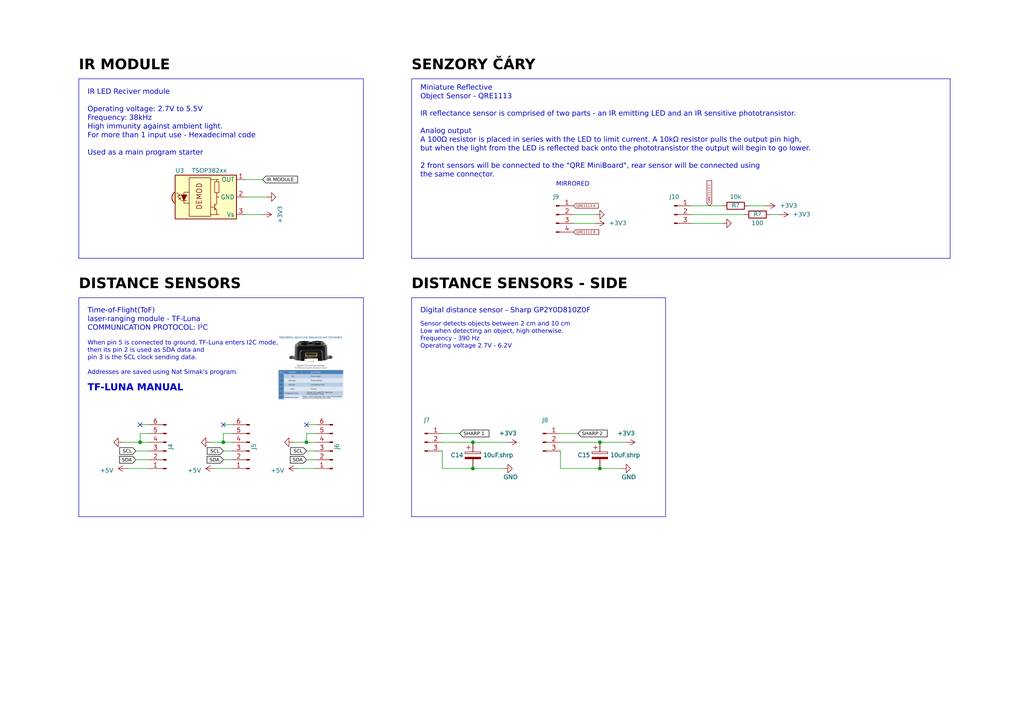
<source format=kicad_sch>
(kicad_sch (version 20231120) (generator "eeschema") (generator_version "8.0")
  (paper "A4")
  (title_block (title "SUMEC_MK_III") (company "SPŠ NA PROSEKU") (comment 1 "Made in Prague, Czech Republic") (comment 2 "CONTACT: Savva Popov, savva.popov.sp@gmail.com, +420 605 570 366") (comment 3 "Made by bismarx-v1") (comment 4 "SUMEC MK III aka SMD-V2 board"))
  (lib_symbols
    (symbol "+3V3_1" (power) (pin_names (offset 0))
      (property "Value" "+3V3_1" (at 0 3.556 0))
      (symbol "+3V3_1_0_1"
        (polyline (pts (xy -0.762 1.27) (xy 0 2.54)))
        (polyline (pts (xy 0 0) (xy 0 2.54)))
        (polyline (pts (xy 0 2.54) (xy 0.762 1.27)))
      )
      (symbol "+3V3_1_1_1"
        (pin power_in line (at 0 0 90) (length 0) hide (name "+3V3") (number "1"))
      )
    )
    (symbol "Connector:Conn_01x03_Pin" (pin_names (offset 1.016) hide)
      (property "Reference" "J" (at 0 5.08 0))
      (property "Value" "Conn_01x03_Pin" (at 0 -5.08 0))
      (symbol "Conn_01x03_Pin_1_1"
        (polyline (pts (xy 1.27 -2.54) (xy 0.8636 -2.54)) (stroke (width 0.1524)))
        (polyline (pts (xy 1.27 0) (xy 0.8636 0)) (stroke (width 0.1524)))
        (polyline (pts (xy 1.27 2.54) (xy 0.8636 2.54)) (stroke (width 0.1524)))
        (rectangle (start 0.8636 -2.413) (end 0 -2.667) (stroke (width 0.1524)) (fill (type outline)))
        (rectangle (start 0.8636 0.127) (end 0 -0.127) (stroke (width 0.1524)) (fill (type outline)))
        (rectangle (start 0.8636 2.667) (end 0 2.413) (stroke (width 0.1524)) (fill (type outline)))
        (pin passive line (at 5.08 2.54 180) (length 3.81) (name "Pin_1") (number "1"))
        (pin passive line (at 5.08 0 180) (length 3.81) (name "Pin_2") (number "2"))
        (pin passive line (at 5.08 -2.54 180) (length 3.81) (name "Pin_3") (number "3"))
      )
    )
    (symbol "Connector:Conn_01x04_Pin" (pin_names (offset 1.016) hide)
      (property "Reference" "J" (at 0 5.08 0))
      (property "Value" "Conn_01x04_Pin" (at 0 -7.62 0))
      (symbol "Conn_01x04_Pin_1_1"
        (polyline (pts (xy 1.27 -5.08) (xy 0.8636 -5.08)) (stroke (width 0.1524)))
        (polyline (pts (xy 1.27 -2.54) (xy 0.8636 -2.54)) (stroke (width 0.1524)))
        (polyline (pts (xy 1.27 0) (xy 0.8636 0)) (stroke (width 0.1524)))
        (polyline (pts (xy 1.27 2.54) (xy 0.8636 2.54)) (stroke (width 0.1524)))
        (rectangle (start 0.8636 -4.953) (end 0 -5.207) (stroke (width 0.1524)) (fill (type outline)))
        (rectangle (start 0.8636 -2.413) (end 0 -2.667) (stroke (width 0.1524)) (fill (type outline)))
        (rectangle (start 0.8636 0.127) (end 0 -0.127) (stroke (width 0.1524)) (fill (type outline)))
        (rectangle (start 0.8636 2.667) (end 0 2.413) (stroke (width 0.1524)) (fill (type outline)))
        (pin passive line (at 5.08 2.54 180) (length 3.81) (name "Pin_1") (number "1"))
        (pin passive line (at 5.08 0 180) (length 3.81) (name "Pin_2") (number "2"))
        (pin passive line (at 5.08 -2.54 180) (length 3.81) (name "Pin_3") (number "3"))
        (pin passive line (at 5.08 -5.08 180) (length 3.81) (name "Pin_4") (number "4"))
      )
    )
    (symbol "Connector:Conn_01x06_Pin" (pin_names (offset 1.016) hide)
      (property "Reference" "J" (at 0 7.62 0))
      (property "Value" "Conn_01x06_Pin" (at 0 -10.16 0))
      (symbol "Conn_01x06_Pin_1_1"
        (polyline (pts (xy 1.27 -7.62) (xy 0.8636 -7.62)) (stroke (width 0.1524)))
        (polyline (pts (xy 1.27 -5.08) (xy 0.8636 -5.08)) (stroke (width 0.1524)))
        (polyline (pts (xy 1.27 -2.54) (xy 0.8636 -2.54)) (stroke (width 0.1524)))
        (polyline (pts (xy 1.27 0) (xy 0.8636 0)) (stroke (width 0.1524)))
        (polyline (pts (xy 1.27 2.54) (xy 0.8636 2.54)) (stroke (width 0.1524)))
        (polyline (pts (xy 1.27 5.08) (xy 0.8636 5.08)) (stroke (width 0.1524)))
        (rectangle (start 0.8636 -7.493) (end 0 -7.747) (stroke (width 0.1524)) (fill (type outline)))
        (rectangle (start 0.8636 -4.953) (end 0 -5.207) (stroke (width 0.1524)) (fill (type outline)))
        (rectangle (start 0.8636 -2.413) (end 0 -2.667) (stroke (width 0.1524)) (fill (type outline)))
        (rectangle (start 0.8636 0.127) (end 0 -0.127) (stroke (width 0.1524)) (fill (type outline)))
        (rectangle (start 0.8636 2.667) (end 0 2.413) (stroke (width 0.1524)) (fill (type outline)))
        (rectangle (start 0.8636 5.207) (end 0 4.953) (stroke (width 0.1524)) (fill (type outline)))
        (pin passive line (at 5.08 5.08 180) (length 3.81) (name "Pin_1") (number "1"))
        (pin passive line (at 5.08 2.54 180) (length 3.81) (name "Pin_2") (number "2"))
        (pin passive line (at 5.08 0 180) (length 3.81) (name "Pin_3") (number "3"))
        (pin passive line (at 5.08 -2.54 180) (length 3.81) (name "Pin_4") (number "4"))
        (pin passive line (at 5.08 -5.08 180) (length 3.81) (name "Pin_5") (number "5"))
        (pin passive line (at 5.08 -7.62 180) (length 3.81) (name "Pin_6") (number "6"))
      )
    )
    (symbol "Device:C_Polarized" (pin_numbers hide) (pin_names (offset 0.254))
      (property "Reference" "C" (at 0.635 2.54 0))
      (property "Value" "C_Polarized" (at 0.635 -2.54 0))
      (symbol "C_Polarized_0_1"
        (rectangle (start -2.286 0.508) (end 2.286 1.016))
        (polyline (pts (xy -1.778 2.286) (xy -0.762 2.286)))
        (polyline (pts (xy -1.27 2.794) (xy -1.27 1.778)))
        (rectangle (start 2.286 -0.508) (end -2.286 -1.016) (fill (type outline)))
      )
      (symbol "C_Polarized_1_1"
        (pin passive line (at 0 3.81 270) (length 2.794) (name "~") (number "1"))
        (pin passive line (at 0 -3.81 90) (length 2.794) (name "~") (number "2"))
      )
    )
    (symbol "Device:R" (pin_numbers hide) (pin_names (offset 0))
      (property "Reference" "R" (at 2.032 0 90))
      (property "Value" "R" (at 0 0 90))
      (symbol "R_0_1"
        (rectangle (start -1.016 -2.54) (end 1.016 2.54) (stroke (width 0.254)))
      )
      (symbol "R_1_1"
        (pin passive line (at 0 3.81 270) (length 1.27) (name "~") (number "1"))
        (pin passive line (at 0 -3.81 90) (length 1.27) (name "~") (number "2"))
      )
    )
    (symbol "GND_1" (power) (pin_names (offset 0))
      (property "Value" "GND_1" (at 0 -3.81 0))
      (symbol "GND_1_0_1"
        (polyline (pts (xy 0 0) (xy 0 -1.27) (xy 1.27 -1.27) (xy 0 -2.54) (xy -1.27 -1.27) (xy 0 -1.27)))
      )
      (symbol "GND_1_1_1"
        (pin power_in line (at 0 0 270) (length 0) hide (name "GND") (number "1"))
      )
    )
    (symbol "GND_2" (power) (pin_names (offset 0))
      (property "Value" "GND_2" (at 0 -3.81 0))
      (symbol "GND_2_0_1"
        (polyline (pts (xy 0 0) (xy 0 -1.27) (xy 1.27 -1.27) (xy 0 -2.54) (xy -1.27 -1.27) (xy 0 -1.27)))
      )
      (symbol "GND_2_1_1"
        (pin power_in line (at 0 0 270) (length 0) hide (name "GND") (number "1"))
      )
    )
    (symbol "Interface_Optical:TSOP382xx"
      (property "Reference" "U5" (at -7.62 7.62 0))
      (property "Value" "TSOP382xx" (at 5.08 7.62 0))
      (symbol "TSOP382xx_0_0"
        (arc (start -10.287 1.397) (mid -11.0899 -0.1852) (end -10.287 -1.778) (stroke (width 0.254)) (fill (type background)))
        (polyline (pts (xy 1.905 -5.08) (xy 0.127 -5.08)))
        (polyline (pts (xy 1.905 5.08) (xy 0.127 5.08)))
        (text "DEMOD" (at -3.175 0.254 900) (effects (font (size 1.524 1.524))))
      )
      (symbol "TSOP382xx_0_1"
        (rectangle (start -6.096 5.588) (end 0.127 -5.588))
        (polyline (pts (xy -8.763 0.381) (xy -9.652 1.27)))
        (polyline (pts (xy -8.763 0.381) (xy -9.271 0.381)))
        (polyline (pts (xy -8.763 0.381) (xy -8.763 0.889)))
        (polyline (pts (xy -8.636 -0.635) (xy -9.525 0.254)))
        (polyline (pts (xy -8.636 -0.635) (xy -9.144 -0.635)))
        (polyline (pts (xy -8.636 -0.635) (xy -8.636 -0.127)))
        (polyline (pts (xy -8.382 -1.016) (xy -6.731 -1.016)))
        (polyline (pts (xy 1.27 -2.921) (xy 0.127 -2.921)))
        (polyline (pts (xy 1.27 -1.905) (xy 1.27 -3.81)))
        (polyline (pts (xy 1.397 -3.556) (xy 1.524 -3.556)))
        (polyline (pts (xy 1.651 -3.556) (xy 1.524 -3.556)))
        (polyline (pts (xy 1.651 -3.556) (xy 1.651 -3.302)))
        (polyline (pts (xy 1.905 0) (xy 1.905 1.27)))
        (polyline (pts (xy 1.905 4.445) (xy 1.905 5.08) (xy 2.54 5.08)))
        (polyline (pts (xy -8.382 0.635) (xy -6.731 0.635) (xy -7.62 -1.016) (xy -8.382 0.635)) (fill (type outline)))
        (polyline (pts (xy -6.096 1.397) (xy -7.62 1.397) (xy -7.62 -1.778) (xy -6.096 -1.778)))
        (polyline (pts (xy 1.27 -3.175) (xy 1.905 -3.81) (xy 1.905 -5.08) (xy 2.54 -5.08)))
        (polyline (pts (xy 1.27 -2.54) (xy 1.905 -1.905) (xy 1.905 0) (xy 2.54 0)))
        (rectangle (start 2.54 1.27) (end 1.27 4.445))
        (rectangle (start 7.62 6.35) (end -10.16 -6.35) (stroke (width 0.254)) (fill (type background)))
      )
      (symbol "TSOP382xx_1_1"
        (pin output line (at 10.16 5.08 180) (length 2.54) (name "OUT") (number "1"))
        (pin power_in line (at 10.16 0 180) (length 2.54) (name "GND") (number "2"))
        (pin power_in line (at 10.16 -5.08 180) (length 2.54) (name "Vs") (number "3"))
      )
    )
    (symbol "power:+3V3" (power) (pin_names (offset 0))
      (property "Value" "+3V3" (at 0 3.556 0))
      (symbol "+3V3_0_1"
        (polyline (pts (xy -0.762 1.27) (xy 0 2.54)))
        (polyline (pts (xy 0 0) (xy 0 2.54)))
        (polyline (pts (xy 0 2.54) (xy 0.762 1.27)))
      )
      (symbol "+3V3_1_1"
        (pin power_in line (at 0 0 90) (length 0) hide (name "+3V3") (number "1"))
      )
    )
    (symbol "power:+5V" (power) (pin_names (offset 0))
      (property "Value" "+5V" (at 0 3.556 0))
      (symbol "+5V_0_1"
        (polyline (pts (xy -0.762 1.27) (xy 0 2.54)))
        (polyline (pts (xy 0 0) (xy 0 2.54)))
        (polyline (pts (xy 0 2.54) (xy 0.762 1.27)))
      )
      (symbol "+5V_1_1"
        (pin power_in line (at 0 0 90) (length 0) hide (name "+5V") (number "1"))
      )
    )
    (symbol "power:GND" (power) (pin_names (offset 0))
      (property "Value" "GND" (at 0 -3.81 0))
      (symbol "GND_0_1"
        (polyline (pts (xy 0 0) (xy 0 -1.27) (xy 1.27 -1.27) (xy 0 -2.54) (xy -1.27 -1.27) (xy 0 -1.27)))
      )
      (symbol "GND_1_1"
        (pin power_in line (at 0 0 270) (length 0) hide (name "GND") (number "1"))
      )
    )
  )
  (junction (at 137.16 128.27))
  (junction (at 173.99 135.89))
  (junction (at 137.16 135.89))
  (junction (at 88.9 128.27))
  (junction (at 64.77 128.27))
  (junction (at 173.99 128.27))
  (junction (at 40.64 128.27))
  (no_connect (at 88.9 123.19))
  (no_connect (at 40.64 123.19))
  (no_connect (at 64.77 123.19))
  (wire (pts (xy 76.2 52.07) (xy 71.12 52.07)))
  (wire (pts (xy 43.18 125.73) (xy 40.64 125.73)))
  (wire (pts (xy 40.64 128.27) (xy 43.18 128.27)))
  (wire (pts (xy 64.77 125.73) (xy 64.77 128.27)))
  (polyline (pts (xy 105.41 74.93) (xy 22.86 74.93)))
  (polyline (pts (xy 22.86 86.36) (xy 105.41 86.36)))
  (wire (pts (xy 88.9 128.27) (xy 91.44 128.27)))
  (wire (pts (xy 162.56 135.89) (xy 173.99 135.89)))
  (wire (pts (xy 64.77 133.35) (xy 67.31 133.35)))
  (polyline (pts (xy 275.59 22.86) (xy 275.59 74.93)))
  (polyline (pts (xy 105.41 86.36) (xy 105.41 149.86)))
  (wire (pts (xy 39.37 133.35) (xy 43.18 133.35)))
  (wire (pts (xy 64.77 128.27) (xy 67.31 128.27)))
  (wire (pts (xy 39.37 130.81) (xy 43.18 130.81)))
  (wire (pts (xy 40.64 125.73) (xy 40.64 128.27)))
  (wire (pts (xy 166.37 62.23) (xy 172.72 62.23)))
  (wire (pts (xy 223.52 62.23) (xy 226.06 62.23)))
  (wire (pts (xy 128.27 128.27) (xy 137.16 128.27)))
  (wire (pts (xy 67.31 125.73) (xy 64.77 125.73)))
  (wire (pts (xy 62.23 135.89) (xy 67.31 135.89)))
  (wire (pts (xy 137.16 135.89) (xy 146.05 135.89)))
  (wire (pts (xy 64.77 130.81) (xy 67.31 130.81)))
  (wire (pts (xy 76.2 62.23) (xy 71.12 62.23)))
  (wire (pts (xy 85.09 128.27) (xy 88.9 128.27)))
  (wire (pts (xy 128.27 135.89) (xy 137.16 135.89)))
  (polyline (pts (xy 119.38 149.86) (xy 119.38 86.36)))
  (polyline (pts (xy 105.41 74.93) (xy 105.41 22.86)))
  (polyline (pts (xy 22.86 22.86) (xy 105.41 22.86)))
  (wire (pts (xy 222.25 59.69) (xy 217.17 59.69)))
  (polyline (pts (xy 119.38 86.36) (xy 193.04 86.36)))
  (wire (pts (xy 40.64 123.19) (xy 43.18 123.19)))
  (wire (pts (xy 35.56 128.27) (xy 40.64 128.27)))
  (wire (pts (xy 172.72 64.77) (xy 166.37 64.77)))
  (polyline (pts (xy 119.38 22.86) (xy 275.59 22.86)))
  (wire (pts (xy 167.64 125.73) (xy 162.56 125.73)))
  (wire (pts (xy 36.83 135.89) (xy 43.18 135.89)))
  (polyline (pts (xy 119.38 149.86) (xy 193.04 149.86)))
  (wire (pts (xy 173.99 135.89) (xy 180.34 135.89)))
  (polyline (pts (xy 119.38 74.93) (xy 275.59 74.93)))
  (wire (pts (xy 162.56 128.27) (xy 173.99 128.27)))
  (wire (pts (xy 128.27 135.89) (xy 128.27 130.81)))
  (wire (pts (xy 173.99 128.27) (xy 181.61 128.27)))
  (polyline (pts (xy 22.86 149.86) (xy 22.86 86.36)))
  (wire (pts (xy 88.9 133.35) (xy 91.44 133.35)))
  (polyline (pts (xy 119.38 22.86) (xy 119.38 74.93)))
  (wire (pts (xy 200.66 62.23) (xy 215.9 62.23)))
  (wire (pts (xy 133.35 125.73) (xy 128.27 125.73)))
  (polyline (pts (xy 193.04 86.36) (xy 193.04 149.86)))
  (wire (pts (xy 86.36 135.89) (xy 91.44 135.89)))
  (wire (pts (xy 71.12 57.15) (xy 77.47 57.15)))
  (wire (pts (xy 91.44 125.73) (xy 88.9 125.73)))
  (wire (pts (xy 88.9 123.19) (xy 91.44 123.19)))
  (polyline (pts (xy 22.86 74.93) (xy 22.86 22.86)))
  (wire (pts (xy 137.16 128.27) (xy 147.32 128.27)))
  (wire (pts (xy 60.96 128.27) (xy 64.77 128.27)))
  (wire (pts (xy 88.9 130.81) (xy 91.44 130.81)))
  (wire (pts (xy 88.9 125.73) (xy 88.9 128.27)))
  (polyline (pts (xy 22.86 149.86) (xy 105.41 149.86)))
  (wire (pts (xy 64.77 123.19) (xy 67.31 123.19)))
  (wire (pts (xy 200.66 59.69) (xy 209.55 59.69)))
  (wire (pts (xy 162.56 135.89) (xy 162.56 130.81)))
  (wire (pts (xy 209.55 64.77) (xy 200.66 64.77)))
  (image (at 90.17 106.68) (scale 0.290957))
  (text "Time-of-Flight(ToF)\nlaser-ranging module - TF-Luna\nCOMMUNICATION PROTOCOL: I²C \n" (at 25.4 96.52 0) (effects (font (size 1.5 1.5) (italic yes)) (justify left bottom)))
  (text "IR LED Reciver module\n\nOperating voltage: 2.7V to 5.5V\nFrequency: 38kHz \nHigh immunity against ambient light. \nFor more than 1 input use - Hexadecimal code\n\nUsed as a main program starter\n" (at 25.4 45.72 0) (effects (font (size 1.5 1.5) (italic yes)) (justify left bottom)))
  (text "Digital distance sensor - Sharp GP2Y0D810Z0F\n\n" (at 121.92 93.98 0) (effects (font (size 1.5 1.5) (italic yes)) (justify left bottom)))
  (text "IR MODULE" (at 22.86 21.59 0) (effects (font (size 3 3) (bold yes)) (justify left bottom)))
  (text "SENZORY ČÁRY" (at 119.38 21.59 0) (effects (font (size 3 3) (bold yes)) (justify left bottom)))
  (text "When pin 5 is connected to ground, TF-Luna enters I2C mode, \nthen its pin 2 is used as SDA data and\npin 3 is the SCL clock sending data.\n\nAddresses are saved using Nat Simak's program." (at 25.4 109.22 0) (effects (font (size 1.27 1.27)) (justify left bottom)))
  (text "Sensor detects objects between 2 cm and 10 cm\nLow when detecting an object, high otherwise.\nFrequency - 390 Hz\nOperating voltage 2.7V - 6.2V" (at 121.92 101.6 0) (effects (font (size 1.27 1.27)) (justify left bottom)))
  (text "Miniature Reflective\nObject Sensor - QRE1113\n\nIR reflectance sensor is comprised of two parts - an IR emitting LED and an IR sensitive phototransistor.\n\nAnalog output\nA 100Ω resistor is placed in series with the LED to limit current. A 10kΩ resistor pulls the output pin high, \nbut when the light from the LED is reflected back onto the phototransistor the output will begin to go lower.\n\n2 front sensors will be connected to the \"QRE MiniBoard\", rear sensor will be connected using \nthe same connector." (at 121.92 52.07 0) (effects (font (size 1.5 1.5) (italic yes)) (justify left bottom)))
  (text "TF-LUNA MANUAL" (at 25.4 114.3 0) (effects (font (size 2 2) (thickness 0.254) (bold yes)) (justify left bottom)))
  (text "DISTANCE SENSORS" (at 22.86 85.09 0) (effects (font (size 3 3) (bold yes)) (justify left bottom)))
  (text "MIRRORED" (at 161.29 54.61 0) (effects (font (size 1.27 1.27)) (justify left bottom)))
  (text "DISTANCE SENSORS - SIDE" (at 119.38 85.09 0) (effects (font (size 3 3) (bold yes)) (justify left bottom)))
  (global_label "SCL" (shape input) (at 88.9 130.81 180) (effects (font (size 1 1))) (property "Intersheetrefs" "${INTERSHEET_REFS}" (effects (hide yes))))
  (global_label "QRE1113 C" (shape input) (at 205.74 59.69 90) (effects (font (size 0.7 0.7))) (property "Intersheetrefs" "${INTERSHEET_REFS}" (effects (hide yes))))
  (global_label "QRE1113 B" (shape input) (at 166.37 67.31 0) (effects (font (size 0.7 0.7))) (property "Intersheetrefs" "${INTERSHEET_REFS}" (effects (hide yes))))
  (global_label "SHARP 2" (shape input) (at 167.64 125.73 0) (effects (font (size 1 1))) (property "Intersheetrefs" "${INTERSHEET_REFS}" (effects (hide yes))))
  (global_label "IR MODULE" (shape input) (at 76.2 52.07 0) (effects (font (size 1 1))) (property "Intersheetrefs" "${INTERSHEET_REFS}" (effects (hide yes))))
  (global_label "SCL" (shape input) (at 64.77 130.81 180) (effects (font (size 1 1))) (property "Intersheetrefs" "${INTERSHEET_REFS}" (effects (hide yes))))
  (global_label "QRE1113 A" (shape input) (at 166.37 59.69 0) (effects (font (size 0.7 0.7))) (property "Intersheetrefs" "${INTERSHEET_REFS}" (effects (hide yes))))
  (global_label "SHARP 1" (shape input) (at 133.35 125.73 0) (effects (font (size 1 1))) (property "Intersheetrefs" "${INTERSHEET_REFS}" (effects (hide yes))))
  (global_label "SCL" (shape input) (at 39.37 130.81 180) (effects (font (size 1 1))) (property "Intersheetrefs" "${INTERSHEET_REFS}" (effects (hide yes))))
  (global_label "SDA" (shape input) (at 39.37 133.35 180) (effects (font (size 1 1))) (property "Intersheetrefs" "${INTERSHEET_REFS}" (effects (hide yes))))
  (global_label "SDA" (shape input) (at 64.77 133.35 180) (effects (font (size 1 1))) (property "Intersheetrefs" "${INTERSHEET_REFS}" (effects (hide yes))))
  (global_label "SDA" (shape input) (at 88.9 133.35 180) (effects (font (size 1 1))) (property "Intersheetrefs" "${INTERSHEET_REFS}" (effects (hide yes))))
  (symbol (lib_id "Device:R") (at 213.36 59.69 270) (unit 1)
    (property "Reference" "R?" (at 213.36 59.69 90))
    (property "Value" "10k" (at 213.36 57.15 90))
    (property "Footprint" "Resistor_SMD:R_0805_2012Metric_Pad1.20x1.40mm_HandSolder" (effects (hide yes)))
    (instances (project "QRE MiniBoards" (path "" (reference "R?") (unit 1))) (project "sumec" (path "" (reference "R9") (unit 1))))
  )
  (symbol (lib_id "power:+3V3") (at 222.25 59.69 270) (unit 1)
    (property "Reference" "#PWR?" (effects (hide yes)))
    (property "Value" "+3V3" (at 226.06 59.69 90) (effects (justify left)))
    (instances (project "QRE MiniBoards" (path "" (reference "#PWR?") (unit 1))) (project "sumec" (path "" (reference "#PWR040") (unit 1))))
  )
  (symbol (lib_id "Connector:Conn_01x03_Pin") (at 157.48 128.27 0) (unit 1)
    (property "Reference" "J8" (at 158.115 121.92 0))
    (property "Value" "Conn_01x03_Pin" (effects (hide yes)))
    (property "Footprint" "Connector_Molex:Molex_PicoBlade_53398-0371_1x03-1MP_P1.25mm_Vertical" (effects (hide yes)))
  )
  (symbol (lib_name "GND_1") (lib_id "power:GND") (at 172.72 62.23 90) (unit 1)
    (property "Reference" "#PWR?" (effects (hide yes)))
    (property "Value" "GND" (effects (hide yes)))
    (instances (project "QRE MiniBoards" (path "" (reference "#PWR?") (unit 1))) (project "sumec" (path "" (reference "#PWR035") (unit 1))))
  )
  (symbol (lib_id "Connector:Conn_01x03_Pin") (at 123.19 128.27 0) (unit 1)
    (property "Reference" "J7" (at 123.825 121.92 0))
    (property "Value" "Conn_01x03_Pin" (effects (hide yes)))
    (property "Footprint" "Connector_Molex:Molex_PicoBlade_53398-0371_1x03-1MP_P1.25mm_Vertical" (effects (hide yes)))
  )
  (symbol (lib_id "power:+3V3") (at 172.72 64.77 270) (unit 1)
    (property "Reference" "#PWR?" (effects (hide yes)))
    (property "Value" "+3V3" (at 176.53 64.77 90) (effects (justify left)))
    (instances (project "QRE MiniBoards" (path "" (reference "#PWR?") (unit 1))) (project "sumec" (path "" (reference "#PWR036") (unit 1))))
  )
  (symbol (lib_id "Device:C_Polarized") (at 137.16 132.08 0) (unit 1)
    (property "Reference" "C14" (at 130.81 132.08 0) (effects (justify left)))
    (property "Value" "10uF.shrp" (at 139.7 132.08 0) (effects (justify left)))
    (property "Footprint" "Capacitor_Tantalum_SMD:CP_EIA-3216-18_Kemet-A_Pad1.58x1.35mm_HandSolder" (effects (hide yes)))
  )
  (symbol (lib_id "power:+3V3") (at 226.06 62.23 270) (unit 1)
    (property "Reference" "#PWR?" (effects (hide yes)))
    (property "Value" "+3V3" (at 229.87 62.23 90) (effects (justify left)))
    (instances (project "QRE MiniBoards" (path "" (reference "#PWR?") (unit 1))) (project "sumec" (path "" (reference "#PWR041") (unit 1))))
  )
  (symbol (lib_id "Device:R") (at 219.71 62.23 270) (unit 1)
    (property "Reference" "R?" (at 219.71 62.23 90))
    (property "Value" "100" (at 219.71 64.77 90))
    (property "Footprint" "Resistor_SMD:R_0805_2012Metric_Pad1.20x1.40mm_HandSolder" (effects (hide yes)))
    (instances (project "QRE MiniBoards" (path "" (reference "R?") (unit 1))) (project "sumec" (path "" (reference "R10") (unit 1))))
  )
  (symbol (lib_name "GND_2") (lib_id "power:GND") (at 146.05 135.89 90) (unit 1)
    (property "Reference" "#PWR033" (effects (hide yes)))
    (property "Value" "GND" (at 146.05 138.43 90) (effects (justify right)))
  )
  (symbol (lib_name "GND_2") (lib_id "power:GND") (at 180.34 135.89 90) (unit 1)
    (property "Reference" "#PWR037" (effects (hide yes)))
    (property "Value" "GND" (at 180.34 138.43 90) (effects (justify right)))
  )
  (symbol (lib_id "power:+5V") (at 62.23 135.89 90) (unit 1)
    (property "Reference" "#PWR028" (effects (hide yes)))
    (property "Value" "+5V" (at 58.42 136.525 90) (effects (justify left)))
  )
  (symbol (lib_id "power:GND") (at 60.96 128.27 270) (unit 1)
    (property "Reference" "#PWR027" (effects (hide yes)))
    (property "Value" "GND" (effects (hide yes)))
  )
  (symbol (lib_id "power:+5V") (at 36.83 135.89 90) (unit 1)
    (property "Reference" "#PWR026" (effects (hide yes)))
    (property "Value" "+5V" (at 33.02 136.525 90) (effects (justify left)))
  )
  (symbol (lib_name "GND_1") (lib_id "power:GND") (at 209.55 64.77 90) (unit 1)
    (property "Reference" "#PWR?" (effects (hide yes)))
    (property "Value" "GND" (effects (hide yes)))
    (instances (project "QRE MiniBoards" (path "" (reference "#PWR?") (unit 1))) (project "sumec" (path "" (reference "#PWR039") (unit 1))))
  )
  (symbol (lib_id "power:GND") (at 35.56 128.27 270) (unit 1)
    (property "Reference" "#PWR025" (effects (hide yes)))
    (property "Value" "GND" (effects (hide yes)))
  )
  (symbol (lib_name "+3V3_1") (lib_id "power:+3V3") (at 76.2 62.23 270) (unit 1)
    (property "Reference" "#PWR030" (effects (hide yes)))
    (property "Value" "+3V3" (at 81.28 62.23 0))
  )
  (symbol (lib_id "power:+5V") (at 86.36 135.89 90) (unit 1)
    (property "Reference" "#PWR032" (effects (hide yes)))
    (property "Value" "+5V" (at 82.55 136.525 90) (effects (justify left)))
  )
  (symbol (lib_id "power:GND") (at 85.09 128.27 270) (unit 1)
    (property "Reference" "#PWR031" (effects (hide yes)))
    (property "Value" "GND" (effects (hide yes)))
  )
  (symbol (lib_id "Connector:Conn_01x04_Pin") (at 161.29 62.23 0) (unit 1)
    (property "Reference" "J9" (at 161.29 57.15 0))
    (property "Value" "Conn_01x04_Pin" (effects (hide yes)))
    (property "Footprint" "Connector_Molex:Molex_PicoBlade_53398-0471_1x04-1MP_P1.25mm_Vertical" (effects (hide yes)))
  )
  (symbol (lib_id "Connector:Conn_01x06_Pin") (at 96.52 130.81 180) (unit 1)
    (property "Reference" "J6" (at 97.79 129.54 90))
    (property "Value" "Conn_01x06_Pin" (effects (hide yes)))
    (property "Footprint" "Connector_Molex:Molex_PicoBlade_53398-0671_1x06-1MP_P1.25mm_Vertical" (effects (hide yes)))
  )
  (symbol (lib_id "Connector:Conn_01x06_Pin") (at 72.39 130.81 180) (unit 1)
    (property "Reference" "J5" (at 73.66 129.54 90))
    (property "Value" "Conn_01x06_Pin" (effects (hide yes)))
    (property "Footprint" "Connector_Molex:Molex_PicoBlade_53398-0671_1x06-1MP_P1.25mm_Vertical" (effects (hide yes)))
  )
  (symbol (lib_id "Connector:Conn_01x03_Pin") (at 195.58 62.23 0) (unit 1)
    (property "Reference" "J10" (at 195.58 57.15 0))
    (property "Value" "Conn_01x03_Pin" (effects (hide yes)))
    (property "Footprint" "Connector_Molex:Molex_PicoBlade_53398-0371_1x03-1MP_P1.25mm_Vertical" (effects (hide yes)))
  )
  (symbol (lib_id "Interface_Optical:TSOP382xx") (at 60.96 57.15 0) (unit 1)
    (property "Reference" "U3" (at 53.34 49.53 0) (effects (justify right)))
    (property "Value" "TSOP382xx" (at 66.04 49.53 0) (effects (justify right)))
    (property "Footprint" "sumec-smdV2_library:TSOP" (effects (hide yes)))
    (property "Datasheet" "http://www.vishay.com/docs/82491/tsop382.pdf" (effects (hide yes)))
  )
  (symbol (lib_name "+3V3_1") (lib_id "power:+3V3") (at 147.32 128.27 270) (unit 1)
    (property "Reference" "#PWR034" (effects (hide yes)))
    (property "Value" "+3V3" (at 147.32 125.73 90))
  )
  (symbol (lib_id "power:GND") (at 77.47 57.15 90) (unit 1)
    (property "Reference" "#PWR029" (effects (hide yes)))
    (property "Value" "GND" (effects (hide yes)))
  )
  (symbol (lib_name "+3V3_1") (lib_id "power:+3V3") (at 181.61 128.27 270) (unit 1)
    (property "Reference" "#PWR038" (effects (hide yes)))
    (property "Value" "+3V3" (at 181.61 125.73 90))
  )
  (symbol (lib_id "Connector:Conn_01x06_Pin") (at 48.26 130.81 180) (unit 1)
    (property "Reference" "J4" (at 49.53 129.54 90))
    (property "Value" "Conn_01x06_Pin" (effects (hide yes)))
    (property "Footprint" "Connector_Molex:Molex_PicoBlade_53398-0671_1x06-1MP_P1.25mm_Vertical" (effects (hide yes)))
  )
  (symbol (lib_id "Device:C_Polarized") (at 173.99 132.08 0) (unit 1)
    (property "Reference" "C15" (at 167.64 132.08 0) (effects (justify left)))
    (property "Value" "10uF.shrp" (at 176.53 132.08 0) (effects (justify left)))
    (property "Footprint" "Capacitor_Tantalum_SMD:CP_EIA-3216-18_Kemet-A_Pad1.58x1.35mm_HandSolder" (effects (hide yes)))
  )
)
</source>
